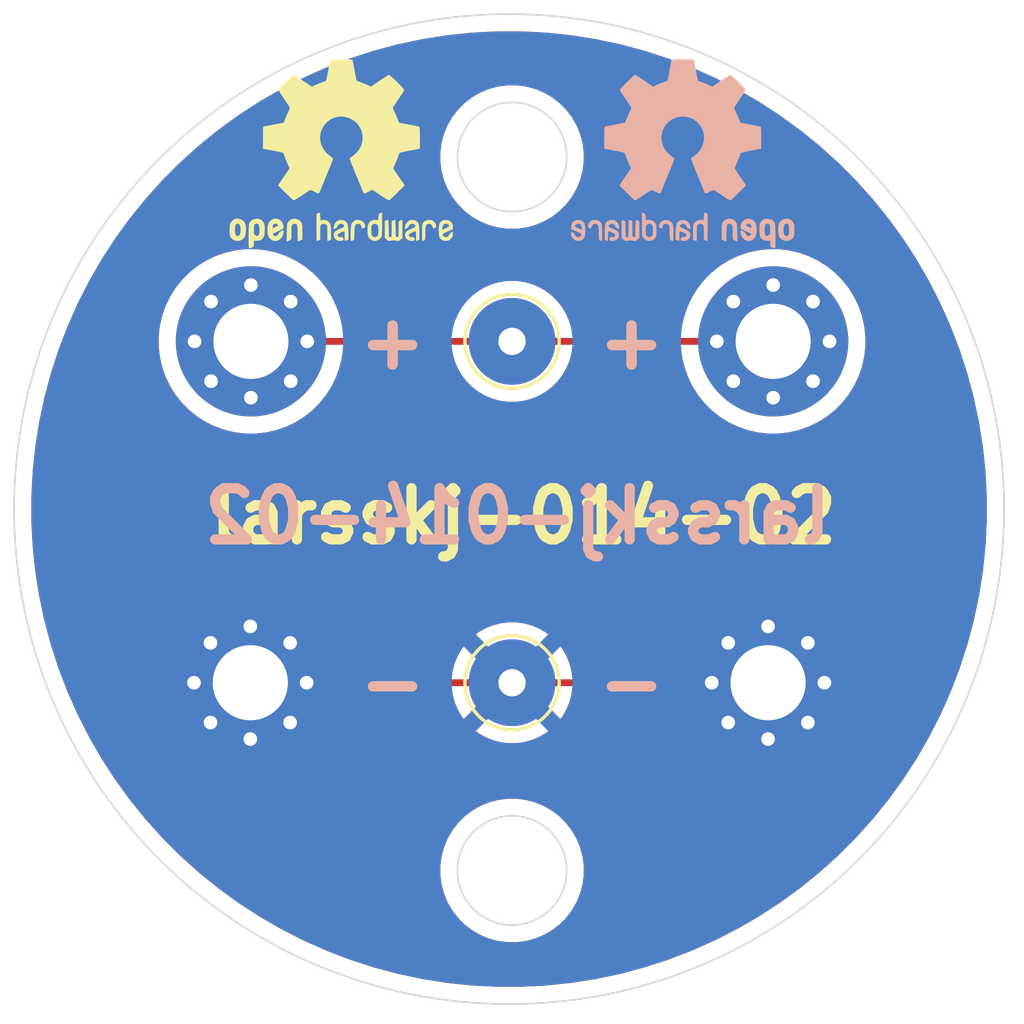
<source format=kicad_pcb>
(kicad_pcb (version 20241229) (generator "pcbnew") (generator_version "9.0")
  (layers (0 "F.Cu" signal) (2 "B.Cu" signal) (13 "F.Paste" user) (15 "B.Paste" user) (5 "F.SilkS" user "F.Silkscreen") (7 "B.SilkS" user "B.Silkscreen") (1 "F.Mask" user) (3 "B.Mask" user) (25 "Edge.Cuts" user))
  (net 0 "")
  (net 1 "+VDC")
  (net 2 "-VDC")
  (footprint "MountingHole:MountingHole_2.2mm_M2_Pad_Via" (layer "F.Cu") (at 157.65 95)
    (property "Reference" "J5" (hide yes))
    (property "Value" "Conn_01x01_Pin")
    (pad "1" thru_hole circle (at -1.65 0) (size 0.7 0.7) (drill 0.4) (layers "*.Cu" "*.Mask") (net 1 "+VDC"))
    (pad "1" thru_hole circle (at -1.166726 -1.166726) (size 0.7 0.7) (drill 0.4) (layers "*.Cu" "*.Mask") (net 1 "+VDC"))
    (pad "1" thru_hole circle (at -1.166726 1.166726) (size 0.7 0.7) (drill 0.4) (layers "*.Cu" "*.Mask") (net 1 "+VDC"))
    (pad "1" thru_hole circle (at 0 -1.65) (size 0.7 0.7) (drill 0.4) (layers "*.Cu" "*.Mask") (net 1 "+VDC"))
    (pad "1" thru_hole circle (at 0 0) (size 4.4 4.4) (drill 2.2) (layers "*.Cu" "*.Mask") (net 1 "+VDC"))
    (pad "1" thru_hole circle (at 0 1.65) (size 0.7 0.7) (drill 0.4) (layers "*.Cu" "*.Mask") (net 1 "+VDC"))
    (pad "1" thru_hole circle (at 1.166726 -1.166726) (size 0.7 0.7) (drill 0.4) (layers "*.Cu" "*.Mask") (net 1 "+VDC"))
    (pad "1" thru_hole circle (at 1.166726 1.166726) (size 0.7 0.7) (drill 0.4) (layers "*.Cu" "*.Mask") (net 1 "+VDC"))
    (pad "1" thru_hole circle (at 1.65 0) (size 0.7 0.7) (drill 0.4) (layers "*.Cu" "*.Mask") (net 1 "+VDC"))
  )
  (footprint "MountingHole:MountingHole_2.2mm_M2_Pad_Via" (layer "F.Cu") (at 142.35 95)
    (property "Reference" "J1" (hide yes))
    (property "Value" "Conn_01x01_Pin")
    (pad "1" thru_hole circle (at -1.65 0) (size 0.7 0.7) (drill 0.4) (layers "*.Cu" "*.Mask") (net 1 "+VDC"))
    (pad "1" thru_hole circle (at -1.166726 -1.166726) (size 0.7 0.7) (drill 0.4) (layers "*.Cu" "*.Mask") (net 1 "+VDC"))
    (pad "1" thru_hole circle (at -1.166726 1.166726) (size 0.7 0.7) (drill 0.4) (layers "*.Cu" "*.Mask") (net 1 "+VDC"))
    (pad "1" thru_hole circle (at 0 -1.65) (size 0.7 0.7) (drill 0.4) (layers "*.Cu" "*.Mask") (net 1 "+VDC"))
    (pad "1" thru_hole circle (at 0 0) (size 4.4 4.4) (drill 2.2) (layers "*.Cu" "*.Mask") (net 1 "+VDC"))
    (pad "1" thru_hole circle (at 0 1.65) (size 0.7 0.7) (drill 0.4) (layers "*.Cu" "*.Mask") (net 1 "+VDC"))
    (pad "1" thru_hole circle (at 1.166726 -1.166726) (size 0.7 0.7) (drill 0.4) (layers "*.Cu" "*.Mask") (net 1 "+VDC"))
    (pad "1" thru_hole circle (at 1.166726 1.166726) (size 0.7 0.7) (drill 0.4) (layers "*.Cu" "*.Mask") (net 1 "+VDC"))
    (pad "1" thru_hole circle (at 1.65 0) (size 0.7 0.7) (drill 0.4) (layers "*.Cu" "*.Mask") (net 1 "+VDC"))
  )
  (footprint "Pogo_pins:Pogo_Pin_YZ227415084P-01" (layer "F.Cu") (at 150 105)
    (property "Reference" "J4" (hide yes))
    (property "Value" "Conn_01x01_Pin")
    (pad "1" thru_hole circle (at 0 0) (size 2.54 2.54) (drill 0.8) (layers "*.Cu" "*.Mask") (net 2 "-VDC"))
  )
  (footprint "MountingHole:MountingHole_2.2mm_M2_Pad_Via" (layer "F.Cu") (at 157.5 105)
    (property "Reference" "J6" (hide yes))
    (property "Value" "Conn_01x01_Pin")
    (pad "1" thru_hole circle (at -1.65 0) (size 0.7 0.7) (drill 0.4) (layers "*.Cu" "*.Mask") (net 2 "-VDC"))
    (pad "1" thru_hole circle (at -1.166726 -1.166726) (size 0.7 0.7) (drill 0.4) (layers "*.Cu" "*.Mask") (net 2 "-VDC"))
    (pad "1" thru_hole circle (at -1.166726 1.166726) (size 0.7 0.7) (drill 0.4) (layers "*.Cu" "*.Mask") (net 2 "-VDC"))
    (pad "1" thru_hole circle (at 0 -1.65) (size 0.7 0.7) (drill 0.4) (layers "*.Cu" "*.Mask") (net 2 "-VDC"))
    (pad "1" thru_hole circle (at 0 0) (size 4.4 4.4) (drill 2.2) (layers "*.Cu" "*.Mask") (net 2 "-VDC"))
    (pad "1" thru_hole circle (at 0 1.65) (size 0.7 0.7) (drill 0.4) (layers "*.Cu" "*.Mask") (net 2 "-VDC"))
    (pad "1" thru_hole circle (at 1.166726 -1.166726) (size 0.7 0.7) (drill 0.4) (layers "*.Cu" "*.Mask") (net 2 "-VDC"))
    (pad "1" thru_hole circle (at 1.166726 1.166726) (size 0.7 0.7) (drill 0.4) (layers "*.Cu" "*.Mask") (net 2 "-VDC"))
    (pad "1" thru_hole circle (at 1.65 0) (size 0.7 0.7) (drill 0.4) (layers "*.Cu" "*.Mask") (net 2 "-VDC"))
  )
  (footprint "MountingHole:MountingHole_2.2mm_M2_Pad_Via" (layer "F.Cu") (at 142.333274 105)
    (property "Reference" "J2" (hide yes))
    (property "Value" "Conn_01x01_Pin")
    (pad "1" thru_hole circle (at -1.65 0) (size 0.7 0.7) (drill 0.4) (layers "*.Cu" "*.Mask") (net 2 "-VDC"))
    (pad "1" thru_hole circle (at -1.166726 -1.166726) (size 0.7 0.7) (drill 0.4) (layers "*.Cu" "*.Mask") (net 2 "-VDC"))
    (pad "1" thru_hole circle (at -1.166726 1.166726) (size 0.7 0.7) (drill 0.4) (layers "*.Cu" "*.Mask") (net 2 "-VDC"))
    (pad "1" thru_hole circle (at 0 -1.65) (size 0.7 0.7) (drill 0.4) (layers "*.Cu" "*.Mask") (net 2 "-VDC"))
    (pad "1" thru_hole circle (at 0 0) (size 4.4 4.4) (drill 2.2) (layers "*.Cu" "*.Mask") (net 2 "-VDC"))
    (pad "1" thru_hole circle (at 0 1.65) (size 0.7 0.7) (drill 0.4) (layers "*.Cu" "*.Mask") (net 2 "-VDC"))
    (pad "1" thru_hole circle (at 1.166726 -1.166726) (size 0.7 0.7) (drill 0.4) (layers "*.Cu" "*.Mask") (net 2 "-VDC"))
    (pad "1" thru_hole circle (at 1.166726 1.166726) (size 0.7 0.7) (drill 0.4) (layers "*.Cu" "*.Mask") (net 2 "-VDC"))
    (pad "1" thru_hole circle (at 1.65 0) (size 0.7 0.7) (drill 0.4) (layers "*.Cu" "*.Mask") (net 2 "-VDC"))
  )
  (footprint "Pogo_pins:Pogo_Pin_YZ227415084P-01" (layer "F.Cu") (at 150 95)
    (property "Reference" "J3" (hide yes))
    (property "Value" "Conn_01x01_Pin")
    (pad "1" thru_hole circle (at 0 0) (size 2.54 2.54) (drill 0.8) (layers "*.Cu" "*.Mask") (net 1 "+VDC"))
  )
  (footprint "Symbol:OSHW-Logo2_7.3x6mm_SilkScreen" (layer "F.Cu") (at 145 89.5)
    (property "Reference" "REF**" (hide yes))
    (property "Value" "OSHW-Logo2_7.3x6mm_SilkScreen" (hide yes))
  )
  (footprint "Symbol:OSHW-Logo2_7.3x6mm_SilkScreen" (layer "B.Cu") (at 155 89.5 180)
    (property "Reference" "REF**" (hide yes))
    (property "Value" "OSHW-Logo2_7.3x6mm_SilkScreen" (hide yes))
  )
  (gr_circle (center 150 110.5) (end 151.6 110.5) (stroke (width 0.05)) (fill no) (layer "Edge.Cuts"))
  (gr_circle (center 150 89.6) (end 151.6 89.6) (stroke (width 0.05)) (fill no) (layer "Edge.Cuts"))
  (gr_circle (center 149.913217 99.913217) (end 164.413217 99.913217) (stroke (width 0.05)) (fill no) (layer "Edge.Cuts"))
  (gr_text "+" (at 153.5 95 0) (layer "F.SilkS") (effects (font (size 1.5 1.5) (thickness 0.3) (bold yes))))
  (gr_text "-" (at 146.5 105 0) (layer "F.SilkS") (effects (font (size 1.5 1.5) (thickness 0.3) (bold yes))))
  (gr_text "+" (at 146.5 95 0) (layer "F.SilkS") (effects (font (size 1.5 1.5) (thickness 0.3) (bold yes))))
  (gr_text "-" (at 153.5 105 0) (layer "F.SilkS") (effects (font (size 1.5 1.5) (thickness 0.3) (bold yes))))
  (gr_text "larsskj-014-02" (at 141 101 0) (layer "F.SilkS") (effects (font (size 1.5 1.5) (thickness 0.3) (bold yes)) (justify left bottom)))
  (gr_text "+" (at 146.5 95 -0) (layer "B.SilkS") (effects (font (size 1.5 1.5) (thickness 0.3) (bold yes)) (justify mirror)))
  (gr_text "larsskj-014-02" (at 159.5 101 0) (layer "B.SilkS") (effects (font (size 1.5 1.5) (thickness 0.3) (bold yes)) (justify left bottom mirror)))
  (gr_text "-" (at 153.5 105 -0) (layer "B.SilkS") (effects (font (size 1.5 1.5) (thickness 0.3) (bold yes)) (justify mirror)))
  (gr_text "+" (at 153.5 95 -0) (layer "B.SilkS") (effects (font (size 1.5 1.5) (thickness 0.3) (bold yes)) (justify mirror)))
  (gr_text "-" (at 146.5 105 -0) (layer "B.SilkS") (effects (font (size 1.5 1.5) (thickness 0.3) (bold yes)) (justify mirror)))
  (segment (start 150 95) (end 157.65 95) (width 0.2) (layer "F.Cu") (net 1))
  (segment (start 144 95) (end 150 95) (width 0.2) (layer "F.Cu") (net 1))
  (segment (start 142.333274 105) (end 150 105) (width 0.2) (layer "F.Cu") (net 2))
  (segment (start 150 105) (end 157.5 105) (width 0.2) (layer "F.Cu") (net 2))
  (zone (net 2) (net_name "-VDC") (layers "F.Cu" "B.Cu") (connect_pads (clearance 0.5)) (min_thickness 0.25) (fill yes (thermal_gap 0.5) (thermal_bridge_width 0.5))
    (polygon (pts (xy 135 85) (xy 165 85) (xy 165 115) (xy 135 115)))
  )
)
</source>
